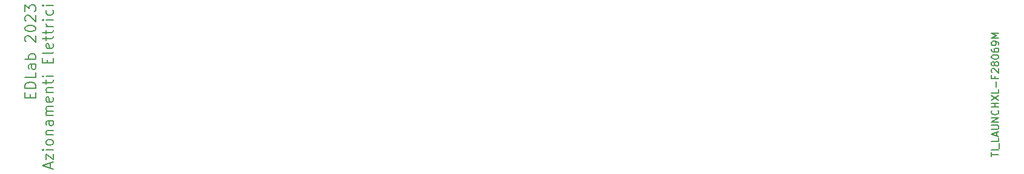
<source format=gbr>
%TF.GenerationSoftware,KiCad,Pcbnew,(6.0.10-0)*%
%TF.CreationDate,2023-01-24T09:25:04+01:00*%
%TF.ProjectId,support,73757070-6f72-4742-9e6b-696361645f70,rev?*%
%TF.SameCoordinates,Original*%
%TF.FileFunction,Legend,Top*%
%TF.FilePolarity,Positive*%
%FSLAX46Y46*%
G04 Gerber Fmt 4.6, Leading zero omitted, Abs format (unit mm)*
G04 Created by KiCad (PCBNEW (6.0.10-0)) date 2023-01-24 09:25:04*
%MOMM*%
%LPD*%
G01*
G04 APERTURE LIST*
%ADD10C,0.200000*%
%ADD11C,0.150000*%
G04 APERTURE END LIST*
D10*
X74631357Y-71581714D02*
X74631357Y-71081714D01*
X75417071Y-70867428D02*
X75417071Y-71581714D01*
X73917071Y-71581714D01*
X73917071Y-70867428D01*
X75417071Y-70224571D02*
X73917071Y-70224571D01*
X73917071Y-69867428D01*
X73988500Y-69653142D01*
X74131357Y-69510285D01*
X74274214Y-69438857D01*
X74559928Y-69367428D01*
X74774214Y-69367428D01*
X75059928Y-69438857D01*
X75202785Y-69510285D01*
X75345642Y-69653142D01*
X75417071Y-69867428D01*
X75417071Y-70224571D01*
X75417071Y-68010285D02*
X75417071Y-68724571D01*
X73917071Y-68724571D01*
X75417071Y-66867428D02*
X74631357Y-66867428D01*
X74488500Y-66938857D01*
X74417071Y-67081714D01*
X74417071Y-67367428D01*
X74488500Y-67510285D01*
X75345642Y-66867428D02*
X75417071Y-67010285D01*
X75417071Y-67367428D01*
X75345642Y-67510285D01*
X75202785Y-67581714D01*
X75059928Y-67581714D01*
X74917071Y-67510285D01*
X74845642Y-67367428D01*
X74845642Y-67010285D01*
X74774214Y-66867428D01*
X75417071Y-66153142D02*
X73917071Y-66153142D01*
X74488500Y-66153142D02*
X74417071Y-66010285D01*
X74417071Y-65724571D01*
X74488500Y-65581714D01*
X74559928Y-65510285D01*
X74702785Y-65438857D01*
X75131357Y-65438857D01*
X75274214Y-65510285D01*
X75345642Y-65581714D01*
X75417071Y-65724571D01*
X75417071Y-66010285D01*
X75345642Y-66153142D01*
X74059928Y-63724571D02*
X73988500Y-63653142D01*
X73917071Y-63510285D01*
X73917071Y-63153142D01*
X73988500Y-63010285D01*
X74059928Y-62938857D01*
X74202785Y-62867428D01*
X74345642Y-62867428D01*
X74559928Y-62938857D01*
X75417071Y-63796000D01*
X75417071Y-62867428D01*
X73917071Y-61938857D02*
X73917071Y-61796000D01*
X73988500Y-61653142D01*
X74059928Y-61581714D01*
X74202785Y-61510285D01*
X74488500Y-61438857D01*
X74845642Y-61438857D01*
X75131357Y-61510285D01*
X75274214Y-61581714D01*
X75345642Y-61653142D01*
X75417071Y-61796000D01*
X75417071Y-61938857D01*
X75345642Y-62081714D01*
X75274214Y-62153142D01*
X75131357Y-62224571D01*
X74845642Y-62296000D01*
X74488500Y-62296000D01*
X74202785Y-62224571D01*
X74059928Y-62153142D01*
X73988500Y-62081714D01*
X73917071Y-61938857D01*
X74059928Y-60867428D02*
X73988500Y-60796000D01*
X73917071Y-60653142D01*
X73917071Y-60296000D01*
X73988500Y-60153142D01*
X74059928Y-60081714D01*
X74202785Y-60010285D01*
X74345642Y-60010285D01*
X74559928Y-60081714D01*
X75417071Y-60938857D01*
X75417071Y-60010285D01*
X73917071Y-59510285D02*
X73917071Y-58581714D01*
X74488500Y-59081714D01*
X74488500Y-58867428D01*
X74559928Y-58724571D01*
X74631357Y-58653142D01*
X74774214Y-58581714D01*
X75131357Y-58581714D01*
X75274214Y-58653142D01*
X75345642Y-58724571D01*
X75417071Y-58867428D01*
X75417071Y-59296000D01*
X75345642Y-59438857D01*
X75274214Y-59510285D01*
X77403500Y-81438857D02*
X77403500Y-80724571D01*
X77832071Y-81581714D02*
X76332071Y-81081714D01*
X77832071Y-80581714D01*
X76832071Y-80224571D02*
X76832071Y-79438857D01*
X77832071Y-80224571D01*
X77832071Y-79438857D01*
X77832071Y-78867428D02*
X76832071Y-78867428D01*
X76332071Y-78867428D02*
X76403500Y-78938857D01*
X76474928Y-78867428D01*
X76403500Y-78796000D01*
X76332071Y-78867428D01*
X76474928Y-78867428D01*
X77832071Y-77938857D02*
X77760642Y-78081714D01*
X77689214Y-78153142D01*
X77546357Y-78224571D01*
X77117785Y-78224571D01*
X76974928Y-78153142D01*
X76903500Y-78081714D01*
X76832071Y-77938857D01*
X76832071Y-77724571D01*
X76903500Y-77581714D01*
X76974928Y-77510285D01*
X77117785Y-77438857D01*
X77546357Y-77438857D01*
X77689214Y-77510285D01*
X77760642Y-77581714D01*
X77832071Y-77724571D01*
X77832071Y-77938857D01*
X76832071Y-76796000D02*
X77832071Y-76796000D01*
X76974928Y-76796000D02*
X76903500Y-76724571D01*
X76832071Y-76581714D01*
X76832071Y-76367428D01*
X76903500Y-76224571D01*
X77046357Y-76153142D01*
X77832071Y-76153142D01*
X77832071Y-74796000D02*
X77046357Y-74796000D01*
X76903500Y-74867428D01*
X76832071Y-75010285D01*
X76832071Y-75296000D01*
X76903500Y-75438857D01*
X77760642Y-74796000D02*
X77832071Y-74938857D01*
X77832071Y-75296000D01*
X77760642Y-75438857D01*
X77617785Y-75510285D01*
X77474928Y-75510285D01*
X77332071Y-75438857D01*
X77260642Y-75296000D01*
X77260642Y-74938857D01*
X77189214Y-74796000D01*
X77832071Y-74081714D02*
X76832071Y-74081714D01*
X76974928Y-74081714D02*
X76903500Y-74010285D01*
X76832071Y-73867428D01*
X76832071Y-73653142D01*
X76903500Y-73510285D01*
X77046357Y-73438857D01*
X77832071Y-73438857D01*
X77046357Y-73438857D02*
X76903500Y-73367428D01*
X76832071Y-73224571D01*
X76832071Y-73010285D01*
X76903500Y-72867428D01*
X77046357Y-72796000D01*
X77832071Y-72796000D01*
X77760642Y-71510285D02*
X77832071Y-71653142D01*
X77832071Y-71938857D01*
X77760642Y-72081714D01*
X77617785Y-72153142D01*
X77046357Y-72153142D01*
X76903500Y-72081714D01*
X76832071Y-71938857D01*
X76832071Y-71653142D01*
X76903500Y-71510285D01*
X77046357Y-71438857D01*
X77189214Y-71438857D01*
X77332071Y-72153142D01*
X76832071Y-70796000D02*
X77832071Y-70796000D01*
X76974928Y-70796000D02*
X76903500Y-70724571D01*
X76832071Y-70581714D01*
X76832071Y-70367428D01*
X76903500Y-70224571D01*
X77046357Y-70153142D01*
X77832071Y-70153142D01*
X76832071Y-69653142D02*
X76832071Y-69081714D01*
X76332071Y-69438857D02*
X77617785Y-69438857D01*
X77760642Y-69367428D01*
X77832071Y-69224571D01*
X77832071Y-69081714D01*
X77832071Y-68581714D02*
X76832071Y-68581714D01*
X76332071Y-68581714D02*
X76403500Y-68653142D01*
X76474928Y-68581714D01*
X76403500Y-68510285D01*
X76332071Y-68581714D01*
X76474928Y-68581714D01*
X77046357Y-66724571D02*
X77046357Y-66224571D01*
X77832071Y-66010285D02*
X77832071Y-66724571D01*
X76332071Y-66724571D01*
X76332071Y-66010285D01*
X77832071Y-65153142D02*
X77760642Y-65296000D01*
X77617785Y-65367428D01*
X76332071Y-65367428D01*
X77760642Y-64010285D02*
X77832071Y-64153142D01*
X77832071Y-64438857D01*
X77760642Y-64581714D01*
X77617785Y-64653142D01*
X77046357Y-64653142D01*
X76903500Y-64581714D01*
X76832071Y-64438857D01*
X76832071Y-64153142D01*
X76903500Y-64010285D01*
X77046357Y-63938857D01*
X77189214Y-63938857D01*
X77332071Y-64653142D01*
X76832071Y-63510285D02*
X76832071Y-62938857D01*
X76332071Y-63296000D02*
X77617785Y-63296000D01*
X77760642Y-63224571D01*
X77832071Y-63081714D01*
X77832071Y-62938857D01*
X76832071Y-62653142D02*
X76832071Y-62081714D01*
X76332071Y-62438857D02*
X77617785Y-62438857D01*
X77760642Y-62367428D01*
X77832071Y-62224571D01*
X77832071Y-62081714D01*
X77832071Y-61581714D02*
X76832071Y-61581714D01*
X77117785Y-61581714D02*
X76974928Y-61510285D01*
X76903500Y-61438857D01*
X76832071Y-61296000D01*
X76832071Y-61153142D01*
X77832071Y-60653142D02*
X76832071Y-60653142D01*
X76332071Y-60653142D02*
X76403500Y-60724571D01*
X76474928Y-60653142D01*
X76403500Y-60581714D01*
X76332071Y-60653142D01*
X76474928Y-60653142D01*
X77760642Y-59296000D02*
X77832071Y-59438857D01*
X77832071Y-59724571D01*
X77760642Y-59867428D01*
X77689214Y-59938857D01*
X77546357Y-60010285D01*
X77117785Y-60010285D01*
X76974928Y-59938857D01*
X76903500Y-59867428D01*
X76832071Y-59724571D01*
X76832071Y-59438857D01*
X76903500Y-59296000D01*
X77832071Y-58653142D02*
X76832071Y-58653142D01*
X76332071Y-58653142D02*
X76403500Y-58724571D01*
X76474928Y-58653142D01*
X76403500Y-58581714D01*
X76332071Y-58653142D01*
X76474928Y-58653142D01*
D11*
%TO.C,REF\u002A\u002A*%
X208952380Y-79810476D02*
X208952380Y-79239047D01*
X209952380Y-79524761D02*
X208952380Y-79524761D01*
X209952380Y-78905714D02*
X208952380Y-78905714D01*
X210047619Y-78667619D02*
X210047619Y-77905714D01*
X209952380Y-77191428D02*
X209952380Y-77667619D01*
X208952380Y-77667619D01*
X209666666Y-76905714D02*
X209666666Y-76429523D01*
X209952380Y-77000952D02*
X208952380Y-76667619D01*
X209952380Y-76334285D01*
X208952380Y-76000952D02*
X209761904Y-76000952D01*
X209857142Y-75953333D01*
X209904761Y-75905714D01*
X209952380Y-75810476D01*
X209952380Y-75620000D01*
X209904761Y-75524761D01*
X209857142Y-75477142D01*
X209761904Y-75429523D01*
X208952380Y-75429523D01*
X209952380Y-74953333D02*
X208952380Y-74953333D01*
X209952380Y-74381904D01*
X208952380Y-74381904D01*
X209857142Y-73334285D02*
X209904761Y-73381904D01*
X209952380Y-73524761D01*
X209952380Y-73620000D01*
X209904761Y-73762857D01*
X209809523Y-73858095D01*
X209714285Y-73905714D01*
X209523809Y-73953333D01*
X209380952Y-73953333D01*
X209190476Y-73905714D01*
X209095238Y-73858095D01*
X209000000Y-73762857D01*
X208952380Y-73620000D01*
X208952380Y-73524761D01*
X209000000Y-73381904D01*
X209047619Y-73334285D01*
X209952380Y-72905714D02*
X208952380Y-72905714D01*
X209428571Y-72905714D02*
X209428571Y-72334285D01*
X209952380Y-72334285D02*
X208952380Y-72334285D01*
X208952380Y-71953333D02*
X209952380Y-71286666D01*
X208952380Y-71286666D02*
X209952380Y-71953333D01*
X209952380Y-70429523D02*
X209952380Y-70905714D01*
X208952380Y-70905714D01*
X209571428Y-70096190D02*
X209571428Y-69334285D01*
X209428571Y-68524761D02*
X209428571Y-68858095D01*
X209952380Y-68858095D02*
X208952380Y-68858095D01*
X208952380Y-68381904D01*
X209047619Y-68048571D02*
X209000000Y-68000952D01*
X208952380Y-67905714D01*
X208952380Y-67667619D01*
X209000000Y-67572380D01*
X209047619Y-67524761D01*
X209142857Y-67477142D01*
X209238095Y-67477142D01*
X209380952Y-67524761D01*
X209952380Y-68096190D01*
X209952380Y-67477142D01*
X209380952Y-66905714D02*
X209333333Y-67000952D01*
X209285714Y-67048571D01*
X209190476Y-67096190D01*
X209142857Y-67096190D01*
X209047619Y-67048571D01*
X209000000Y-67000952D01*
X208952380Y-66905714D01*
X208952380Y-66715238D01*
X209000000Y-66620000D01*
X209047619Y-66572380D01*
X209142857Y-66524761D01*
X209190476Y-66524761D01*
X209285714Y-66572380D01*
X209333333Y-66620000D01*
X209380952Y-66715238D01*
X209380952Y-66905714D01*
X209428571Y-67000952D01*
X209476190Y-67048571D01*
X209571428Y-67096190D01*
X209761904Y-67096190D01*
X209857142Y-67048571D01*
X209904761Y-67000952D01*
X209952380Y-66905714D01*
X209952380Y-66715238D01*
X209904761Y-66620000D01*
X209857142Y-66572380D01*
X209761904Y-66524761D01*
X209571428Y-66524761D01*
X209476190Y-66572380D01*
X209428571Y-66620000D01*
X209380952Y-66715238D01*
X208952380Y-65905714D02*
X208952380Y-65810476D01*
X209000000Y-65715238D01*
X209047619Y-65667619D01*
X209142857Y-65620000D01*
X209333333Y-65572380D01*
X209571428Y-65572380D01*
X209761904Y-65620000D01*
X209857142Y-65667619D01*
X209904761Y-65715238D01*
X209952380Y-65810476D01*
X209952380Y-65905714D01*
X209904761Y-66000952D01*
X209857142Y-66048571D01*
X209761904Y-66096190D01*
X209571428Y-66143809D01*
X209333333Y-66143809D01*
X209142857Y-66096190D01*
X209047619Y-66048571D01*
X209000000Y-66000952D01*
X208952380Y-65905714D01*
X208952380Y-64715238D02*
X208952380Y-64905714D01*
X209000000Y-65000952D01*
X209047619Y-65048571D01*
X209190476Y-65143809D01*
X209380952Y-65191428D01*
X209761904Y-65191428D01*
X209857142Y-65143809D01*
X209904761Y-65096190D01*
X209952380Y-65000952D01*
X209952380Y-64810476D01*
X209904761Y-64715238D01*
X209857142Y-64667619D01*
X209761904Y-64620000D01*
X209523809Y-64620000D01*
X209428571Y-64667619D01*
X209380952Y-64715238D01*
X209333333Y-64810476D01*
X209333333Y-65000952D01*
X209380952Y-65096190D01*
X209428571Y-65143809D01*
X209523809Y-65191428D01*
X209952380Y-64143809D02*
X209952380Y-63953333D01*
X209904761Y-63858095D01*
X209857142Y-63810476D01*
X209714285Y-63715238D01*
X209523809Y-63667619D01*
X209142857Y-63667619D01*
X209047619Y-63715238D01*
X209000000Y-63762857D01*
X208952380Y-63858095D01*
X208952380Y-64048571D01*
X209000000Y-64143809D01*
X209047619Y-64191428D01*
X209142857Y-64239047D01*
X209380952Y-64239047D01*
X209476190Y-64191428D01*
X209523809Y-64143809D01*
X209571428Y-64048571D01*
X209571428Y-63858095D01*
X209523809Y-63762857D01*
X209476190Y-63715238D01*
X209380952Y-63667619D01*
X209952380Y-63239047D02*
X208952380Y-63239047D01*
X209666666Y-62905714D01*
X208952380Y-62572380D01*
X209952380Y-62572380D01*
%TD*%
M02*

</source>
